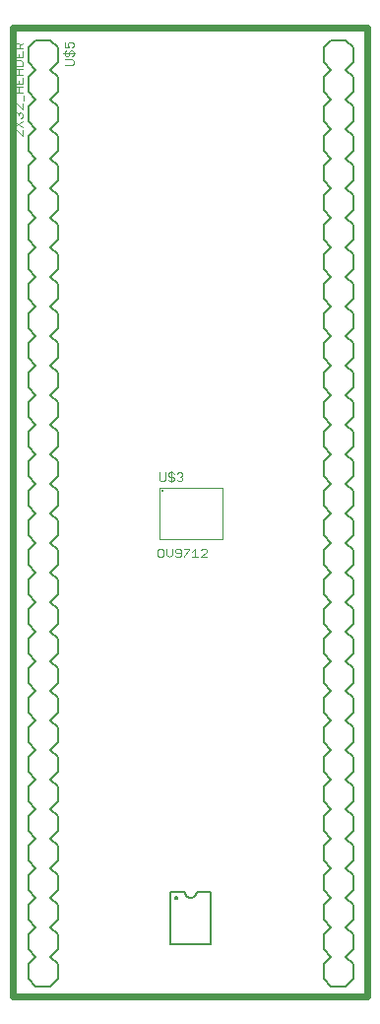
<source format=gto>
G75*
G70*
%OFA0B0*%
%FSLAX24Y24*%
%IPPOS*%
%LPD*%
%AMOC8*
5,1,8,0,0,1.08239X$1,22.5*
%
%ADD10C,0.0240*%
%ADD11C,0.0030*%
%ADD12C,0.0080*%
%ADD13C,0.0040*%
%ADD14C,0.0039*%
%ADD15C,0.0050*%
%ADD16C,0.0079*%
D10*
X000284Y000380D02*
X000284Y033135D01*
X012292Y033135D01*
X012292Y000380D01*
X000284Y000380D01*
D11*
X005241Y015221D02*
X005338Y015221D01*
X005386Y015270D01*
X005386Y015463D01*
X005338Y015512D01*
X005241Y015512D01*
X005193Y015463D01*
X005193Y015270D01*
X005241Y015221D01*
X005487Y015318D02*
X005584Y015221D01*
X005681Y015318D01*
X005681Y015512D01*
X005782Y015463D02*
X005782Y015415D01*
X005830Y015366D01*
X005976Y015366D01*
X005976Y015270D02*
X005976Y015463D01*
X005927Y015512D01*
X005830Y015512D01*
X005782Y015463D01*
X005782Y015270D02*
X005830Y015221D01*
X005927Y015221D01*
X005976Y015270D01*
X006077Y015270D02*
X006077Y015221D01*
X006077Y015270D02*
X006270Y015463D01*
X006270Y015512D01*
X006077Y015512D01*
X006371Y015415D02*
X006468Y015512D01*
X006468Y015221D01*
X006371Y015221D02*
X006565Y015221D01*
X006666Y015221D02*
X006859Y015415D01*
X006859Y015463D01*
X006811Y015512D01*
X006714Y015512D01*
X006666Y015463D01*
X006666Y015221D02*
X006859Y015221D01*
X005990Y017800D02*
X005893Y017800D01*
X005845Y017848D01*
X005744Y017848D02*
X005744Y017897D01*
X005696Y017945D01*
X005599Y017945D01*
X005550Y017994D01*
X005550Y018042D01*
X005599Y018090D01*
X005696Y018090D01*
X005744Y018042D01*
X005845Y018042D02*
X005893Y018090D01*
X005990Y018090D01*
X006039Y018042D01*
X006039Y017994D01*
X005990Y017945D01*
X006039Y017897D01*
X006039Y017848D01*
X005990Y017800D01*
X005990Y017945D02*
X005942Y017945D01*
X005744Y017848D02*
X005696Y017800D01*
X005599Y017800D01*
X005550Y017848D01*
X005449Y017848D02*
X005449Y018090D01*
X005449Y017848D02*
X005401Y017800D01*
X005304Y017800D01*
X005256Y017848D01*
X005256Y018090D01*
X005647Y018139D02*
X005647Y017752D01*
X005487Y015512D02*
X005487Y015318D01*
X000621Y029476D02*
X000427Y029670D01*
X000379Y029670D01*
X000330Y029621D01*
X000330Y029525D01*
X000379Y029476D01*
X000621Y029476D02*
X000621Y029670D01*
X000621Y029771D02*
X000330Y029964D01*
X000379Y030066D02*
X000330Y030114D01*
X000330Y030211D01*
X000379Y030259D01*
X000427Y030259D01*
X000475Y030211D01*
X000524Y030259D01*
X000572Y030259D01*
X000621Y030211D01*
X000621Y030114D01*
X000572Y030066D01*
X000621Y029964D02*
X000330Y029771D01*
X000475Y030162D02*
X000475Y030211D01*
X000379Y030360D02*
X000330Y030409D01*
X000330Y030505D01*
X000379Y030554D01*
X000427Y030554D01*
X000621Y030360D01*
X000621Y030554D01*
X000669Y030655D02*
X000669Y030848D01*
X000621Y030949D02*
X000330Y030949D01*
X000475Y030949D02*
X000475Y031143D01*
X000475Y031244D02*
X000475Y031341D01*
X000330Y031438D02*
X000330Y031244D01*
X000621Y031244D01*
X000621Y031438D01*
X000621Y031539D02*
X000427Y031539D01*
X000330Y031635D01*
X000427Y031732D01*
X000621Y031732D01*
X000621Y031833D02*
X000621Y031979D01*
X000572Y032027D01*
X000379Y032027D01*
X000330Y031979D01*
X000330Y031833D01*
X000621Y031833D01*
X000475Y031732D02*
X000475Y031539D01*
X000330Y031143D02*
X000621Y031143D01*
X000621Y032128D02*
X000330Y032128D01*
X000330Y032321D01*
X000330Y032423D02*
X000330Y032568D01*
X000379Y032616D01*
X000475Y032616D01*
X000524Y032568D01*
X000524Y032423D01*
X000524Y032519D02*
X000621Y032616D01*
X000621Y032423D02*
X000330Y032423D01*
X000475Y032225D02*
X000475Y032128D01*
X000621Y032128D02*
X000621Y032321D01*
X002002Y032255D02*
X002389Y032255D01*
X002341Y032303D02*
X002292Y032352D01*
X002244Y032352D01*
X002195Y032303D01*
X002195Y032206D01*
X002147Y032158D01*
X002099Y032158D01*
X002050Y032206D01*
X002050Y032303D01*
X002099Y032352D01*
X002050Y032453D02*
X002195Y032453D01*
X002147Y032549D01*
X002147Y032598D01*
X002195Y032646D01*
X002292Y032646D01*
X002341Y032598D01*
X002341Y032501D01*
X002292Y032453D01*
X002341Y032303D02*
X002341Y032206D01*
X002292Y032158D01*
X002292Y032057D02*
X002050Y032057D01*
X002050Y031863D02*
X002292Y031863D01*
X002341Y031912D01*
X002341Y032009D01*
X002292Y032057D01*
X002050Y032453D02*
X002050Y032646D01*
D12*
X001816Y032452D02*
X001816Y031952D01*
X001566Y031702D01*
X001816Y031452D01*
X001816Y030952D01*
X001566Y030702D01*
X001816Y030452D01*
X001816Y029952D01*
X001566Y029702D01*
X001816Y029452D01*
X001816Y028952D01*
X001566Y028702D01*
X001816Y028452D01*
X001816Y027952D01*
X001566Y027702D01*
X001816Y027452D01*
X001816Y026952D01*
X001566Y026702D01*
X001816Y026452D01*
X001816Y025952D01*
X001566Y025702D01*
X001816Y025452D01*
X001816Y024952D01*
X001566Y024702D01*
X001816Y024452D01*
X001816Y023952D01*
X001566Y023702D01*
X001816Y023452D01*
X001816Y022952D01*
X001566Y022702D01*
X001816Y022452D01*
X001816Y021952D01*
X001566Y021702D01*
X001816Y021452D01*
X001816Y020952D01*
X001566Y020702D01*
X001816Y020452D01*
X001816Y019952D01*
X001566Y019702D01*
X001816Y019452D01*
X001816Y018952D01*
X001566Y018702D01*
X001816Y018452D01*
X001816Y017952D01*
X001566Y017702D01*
X001816Y017452D01*
X001816Y016952D01*
X001566Y016702D01*
X001816Y016452D01*
X001816Y015952D01*
X001566Y015702D01*
X001816Y015452D01*
X001816Y014952D01*
X001566Y014702D01*
X001816Y014452D01*
X001816Y013952D01*
X001566Y013702D01*
X001816Y013452D01*
X001816Y012952D01*
X001566Y012702D01*
X001816Y012452D01*
X001816Y011952D01*
X001566Y011702D01*
X001816Y011452D01*
X001816Y010952D01*
X001566Y010702D01*
X001816Y010452D01*
X001816Y009952D01*
X001566Y009702D01*
X001816Y009452D01*
X001816Y008952D01*
X001566Y008702D01*
X001816Y008452D01*
X001816Y007952D01*
X001566Y007702D01*
X001816Y007452D01*
X001816Y006952D01*
X001566Y006702D01*
X001816Y006452D01*
X001816Y005952D01*
X001566Y005702D01*
X001816Y005452D01*
X001816Y004952D01*
X001566Y004702D01*
X001816Y004452D01*
X001816Y003952D01*
X001566Y003702D01*
X001816Y003452D01*
X001816Y002952D01*
X001566Y002702D01*
X001816Y002452D01*
X001816Y001952D01*
X001566Y001702D01*
X001816Y001452D01*
X001816Y000952D01*
X001566Y000702D01*
X001564Y000702D02*
X001068Y000702D01*
X001066Y000702D02*
X000816Y000952D01*
X000816Y001452D01*
X001066Y001702D01*
X000816Y001952D01*
X000816Y002452D01*
X001066Y002702D01*
X000816Y002952D01*
X000816Y003452D01*
X001066Y003702D01*
X000816Y003952D01*
X000816Y004452D01*
X001066Y004702D01*
X000816Y004952D01*
X000816Y005452D01*
X001066Y005702D01*
X000816Y005952D01*
X000816Y006452D01*
X001066Y006702D01*
X000816Y006952D01*
X000816Y007452D01*
X001066Y007702D01*
X000816Y007952D01*
X000816Y008452D01*
X001066Y008702D01*
X000816Y008952D01*
X000816Y009452D01*
X001066Y009702D01*
X000816Y009952D01*
X000816Y010452D01*
X001066Y010702D01*
X000816Y010952D01*
X000816Y011452D01*
X001066Y011702D01*
X000816Y011952D01*
X000816Y012452D01*
X001066Y012702D01*
X000816Y012952D01*
X000816Y013452D01*
X001066Y013702D01*
X000816Y013952D01*
X000816Y014452D01*
X001066Y014702D01*
X000816Y014952D01*
X000816Y015452D01*
X001066Y015702D01*
X000816Y015952D01*
X000816Y016452D01*
X001066Y016702D01*
X000816Y016952D01*
X000816Y017452D01*
X001066Y017702D01*
X000816Y017952D01*
X000816Y018452D01*
X001066Y018702D01*
X000816Y018952D01*
X000816Y019452D01*
X001066Y019702D01*
X000816Y019952D01*
X000816Y020452D01*
X001066Y020702D01*
X000816Y020952D01*
X000816Y021452D01*
X001066Y021702D01*
X000816Y021952D01*
X000816Y022452D01*
X001066Y022702D01*
X000816Y022952D01*
X000816Y023452D01*
X001066Y023702D01*
X000816Y023952D01*
X000816Y024452D01*
X001066Y024702D01*
X000816Y024952D01*
X000816Y025452D01*
X001066Y025702D01*
X000816Y025952D01*
X000816Y026452D01*
X001066Y026702D01*
X000816Y026952D01*
X000816Y027452D01*
X001066Y027702D01*
X000816Y027952D01*
X000816Y028452D01*
X001066Y028702D01*
X000816Y028952D01*
X000816Y029452D01*
X001066Y029702D01*
X000816Y029952D01*
X000816Y030452D01*
X001066Y030702D01*
X000816Y030952D01*
X000816Y031452D01*
X001066Y031702D01*
X000816Y031952D01*
X000816Y032452D01*
X001066Y032702D01*
X001566Y032702D01*
X001816Y032452D01*
X010816Y032452D02*
X010816Y031952D01*
X011066Y031702D01*
X010816Y031452D01*
X010816Y030952D01*
X011066Y030702D01*
X010816Y030452D01*
X010816Y029952D01*
X011066Y029702D01*
X010816Y029452D01*
X010816Y028952D01*
X011066Y028702D01*
X010816Y028452D01*
X010816Y027952D01*
X011066Y027702D01*
X010816Y027452D01*
X010816Y026952D01*
X011066Y026702D01*
X010816Y026452D01*
X010816Y025952D01*
X011066Y025702D01*
X010816Y025452D01*
X010816Y024952D01*
X011066Y024702D01*
X010816Y024452D01*
X010816Y023952D01*
X011066Y023702D01*
X010816Y023452D01*
X010816Y022952D01*
X011066Y022702D01*
X010816Y022452D01*
X010816Y021952D01*
X011066Y021702D01*
X010816Y021452D01*
X010816Y020952D01*
X011066Y020702D01*
X010816Y020452D01*
X010816Y019952D01*
X011066Y019702D01*
X010816Y019452D01*
X010816Y018952D01*
X011066Y018702D01*
X010816Y018452D01*
X010816Y017952D01*
X011066Y017702D01*
X010816Y017452D01*
X010816Y016952D01*
X011066Y016702D01*
X010816Y016452D01*
X010816Y015952D01*
X011066Y015702D01*
X010816Y015452D01*
X010816Y014952D01*
X011066Y014702D01*
X010816Y014452D01*
X010816Y013952D01*
X011066Y013702D01*
X010816Y013452D01*
X010816Y012952D01*
X011066Y012702D01*
X010816Y012452D01*
X010816Y011952D01*
X011066Y011702D01*
X010816Y011452D01*
X010816Y010952D01*
X011066Y010702D01*
X010816Y010452D01*
X010816Y009952D01*
X011066Y009702D01*
X010816Y009452D01*
X010816Y008952D01*
X011066Y008702D01*
X010816Y008452D01*
X010816Y007952D01*
X011066Y007702D01*
X010816Y007452D01*
X010816Y006952D01*
X011066Y006702D01*
X010816Y006452D01*
X010816Y005952D01*
X011066Y005702D01*
X010816Y005452D01*
X010816Y004952D01*
X011066Y004702D01*
X010816Y004452D01*
X010816Y003952D01*
X011066Y003702D01*
X010816Y003452D01*
X010816Y002952D01*
X011066Y002702D01*
X010816Y002452D01*
X010816Y001952D01*
X011066Y001702D01*
X010816Y001452D01*
X010816Y000952D01*
X011066Y000702D01*
X011566Y000702D01*
X011816Y000952D01*
X011816Y001452D01*
X011566Y001702D01*
X011816Y001952D01*
X011816Y002452D01*
X011566Y002702D01*
X011816Y002952D01*
X011816Y003452D01*
X011566Y003702D01*
X011816Y003952D01*
X011816Y004452D01*
X011566Y004702D01*
X011816Y004952D01*
X011816Y005452D01*
X011566Y005702D01*
X011816Y005952D01*
X011816Y006452D01*
X011566Y006702D01*
X011816Y006952D01*
X011816Y007452D01*
X011566Y007702D01*
X011816Y007952D01*
X011816Y008452D01*
X011566Y008702D01*
X011816Y008952D01*
X011816Y009452D01*
X011566Y009702D01*
X011816Y009952D01*
X011816Y010452D01*
X011566Y010702D01*
X011816Y010952D01*
X011816Y011452D01*
X011566Y011702D01*
X011816Y011952D01*
X011816Y012452D01*
X011566Y012702D01*
X011816Y012952D01*
X011816Y013452D01*
X011566Y013702D01*
X011816Y013952D01*
X011816Y014452D01*
X011566Y014702D01*
X011816Y014952D01*
X011816Y015452D01*
X011566Y015702D01*
X011816Y015952D01*
X011816Y016452D01*
X011566Y016702D01*
X011816Y016952D01*
X011816Y017452D01*
X011566Y017702D01*
X011816Y017952D01*
X011816Y018452D01*
X011566Y018702D01*
X011816Y018952D01*
X011816Y019452D01*
X011566Y019702D01*
X011816Y019952D01*
X011816Y020452D01*
X011566Y020702D01*
X011816Y020952D01*
X011816Y021452D01*
X011566Y021702D01*
X011816Y021952D01*
X011816Y022452D01*
X011566Y022702D01*
X011816Y022952D01*
X011816Y023452D01*
X011566Y023702D01*
X011816Y023952D01*
X011816Y024452D01*
X011566Y024702D01*
X011816Y024952D01*
X011816Y025452D01*
X011566Y025702D01*
X011816Y025952D01*
X011816Y026452D01*
X011566Y026702D01*
X011816Y026952D01*
X011816Y027452D01*
X011566Y027702D01*
X011816Y027952D01*
X011816Y028452D01*
X011566Y028702D01*
X011816Y028952D01*
X011816Y029452D01*
X011566Y029702D01*
X011816Y029952D01*
X011816Y030452D01*
X011566Y030702D01*
X011816Y030952D01*
X011816Y031452D01*
X011566Y031702D01*
X011816Y031952D01*
X011816Y032452D01*
X011566Y032702D01*
X011564Y032702D02*
X011068Y032702D01*
X011066Y032702D02*
X010816Y032452D01*
D13*
X007386Y017576D02*
X005245Y017576D01*
X005245Y015828D01*
X007386Y015828D01*
X007386Y017576D01*
D14*
X005331Y017474D02*
X005333Y017482D01*
X005338Y017489D01*
X005345Y017493D01*
X005353Y017494D01*
X005361Y017491D01*
X005367Y017486D01*
X005371Y017478D01*
X005371Y017470D01*
X005367Y017462D01*
X005361Y017457D01*
X005353Y017454D01*
X005345Y017455D01*
X005338Y017459D01*
X005333Y017466D01*
X005331Y017474D01*
D15*
X005626Y003903D02*
X006118Y003903D01*
X006120Y003877D01*
X006125Y003852D01*
X006133Y003828D01*
X006144Y003805D01*
X006159Y003783D01*
X006176Y003764D01*
X006195Y003747D01*
X006216Y003732D01*
X006240Y003721D01*
X006264Y003713D01*
X006289Y003708D01*
X006315Y003706D01*
X006341Y003708D01*
X006366Y003713D01*
X006390Y003721D01*
X006413Y003732D01*
X006435Y003747D01*
X006454Y003764D01*
X006471Y003783D01*
X006486Y003804D01*
X006497Y003828D01*
X006505Y003852D01*
X006510Y003877D01*
X006512Y003903D01*
X006511Y003903D02*
X007004Y003903D01*
X007004Y002131D01*
X005626Y002131D01*
X005626Y003903D01*
D16*
X005783Y003706D02*
X005785Y003718D01*
X005790Y003729D01*
X005799Y003738D01*
X005810Y003743D01*
X005822Y003745D01*
X005834Y003743D01*
X005845Y003738D01*
X005854Y003729D01*
X005859Y003718D01*
X005861Y003706D01*
X005859Y003694D01*
X005854Y003683D01*
X005845Y003674D01*
X005834Y003669D01*
X005822Y003667D01*
X005810Y003669D01*
X005799Y003674D01*
X005790Y003683D01*
X005785Y003694D01*
X005783Y003706D01*
M02*

</source>
